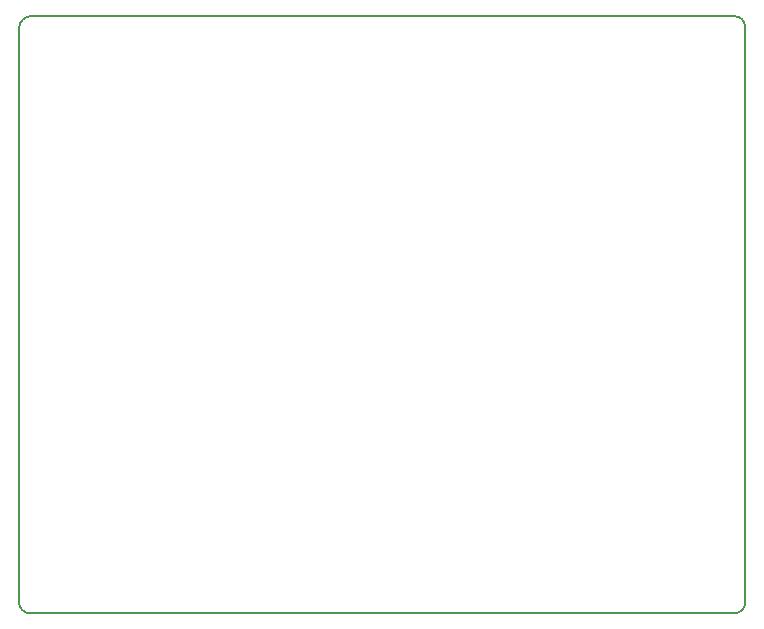
<source format=gm1>
G04 #@! TF.GenerationSoftware,KiCad,Pcbnew,5.0.2-bee76a0~70~ubuntu16.04.1*
G04 #@! TF.CreationDate,2020-01-09T22:15:49-06:00*
G04 #@! TF.ProjectId,8-Bit-Computer-Clock-Module,382d4269-742d-4436-9f6d-70757465722d,rev?*
G04 #@! TF.SameCoordinates,Original*
G04 #@! TF.FileFunction,Profile,NP*
%FSLAX46Y46*%
G04 Gerber Fmt 4.6, Leading zero omitted, Abs format (unit mm)*
G04 Created by KiCad (PCBNEW 5.0.2-bee76a0~70~ubuntu16.04.1) date jue 09 ene 2020 22:15:49 CST*
%MOMM*%
%LPD*%
G01*
G04 APERTURE LIST*
%ADD10C,0.150000*%
G04 APERTURE END LIST*
D10*
X89027000Y-128016000D02*
G75*
G02X88138000Y-127127000I0J889000D01*
G01*
X148717000Y-77470000D02*
G75*
G02X149606000Y-78359000I0J-889000D01*
G01*
X149606000Y-127127000D02*
G75*
G02X148717000Y-128016000I-889000J0D01*
G01*
X88138000Y-78486000D02*
G75*
G02X89154000Y-77470000I1016000J0D01*
G01*
X149606000Y-78359000D02*
X149606000Y-127127000D01*
X88138000Y-99060000D02*
X88138000Y-78486000D01*
X88138000Y-107696000D02*
X88138000Y-99060000D01*
X88138000Y-121158000D02*
X88138000Y-107696000D01*
X88138000Y-127127000D02*
X88138000Y-121158000D01*
X100076000Y-128016000D02*
X89027000Y-128016000D01*
X148717000Y-128016000D02*
X100076000Y-128016000D01*
X89154000Y-77470000D02*
X148717000Y-77470000D01*
M02*

</source>
